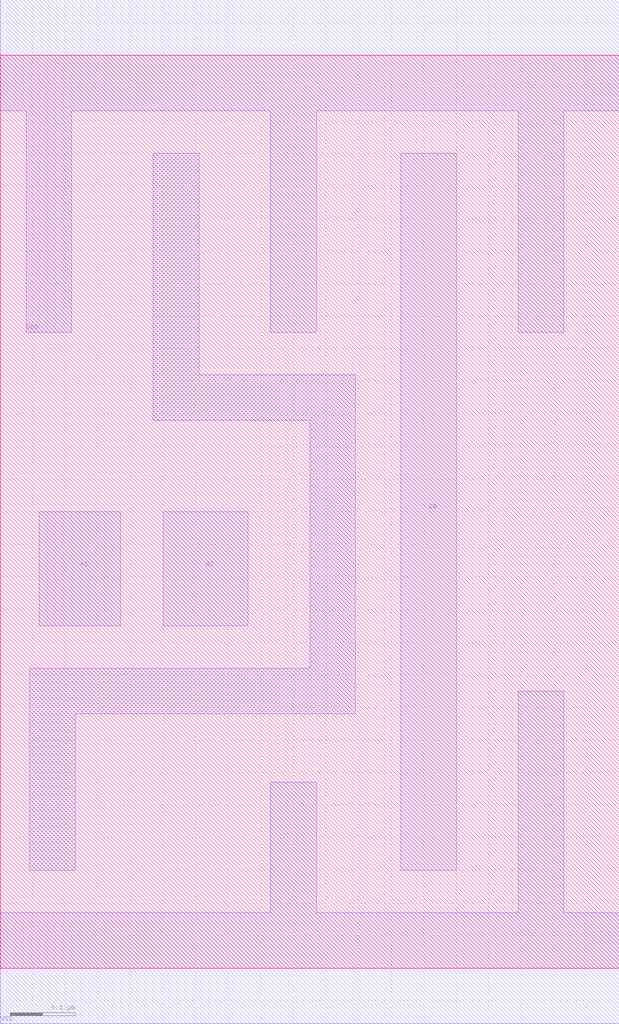
<source format=lef>
# 
# ******************************************************************************
# *                                                                            *
# *                   Copyright (C) 2004-2010, Nangate Inc.                    *
# *                           All rights reserved.                             *
# *                                                                            *
# * Nangate and the Nangate logo are trademarks of Nangate Inc.                *
# *                                                                            *
# * All trademarks, logos, software marks, and trade names (collectively the   *
# * "Marks") in this program are proprietary to Nangate or other respective    *
# * owners that have granted Nangate the right and license to use such Marks.  *
# * You are not permitted to use the Marks without the prior written consent   *
# * of Nangate or such third party that may own the Marks.                     *
# *                                                                            *
# * This file has been provided pursuant to a License Agreement containing     *
# * restrictions on its use. This file contains valuable trade secrets and     *
# * proprietary information of Nangate Inc., and is protected by U.S. and      *
# * international laws and/or treaties.                                        *
# *                                                                            *
# * The copyright notice(s) in this file does not indicate actual or intended  *
# * publication of this file.                                                  *
# *                                                                            *
# *     NGLibraryCreator, v2010.08-HR32-SP3-2010-08-05 - build 1009061800      *
# *                                                                            *
# ******************************************************************************
# 
# 
# Running on brazil06.nangate.com.br for user Giancarlo Franciscatto (gfr).
# Local time is now Fri, 3 Dec 2010, 19:32:18.
# Main process id is 27821.

VERSION 5.6 ;
BUSBITCHARS "[]" ;
DIVIDERCHAR "/" ;

UNITS
  DATABASE MICRONS 2000 ;
END UNITS

MANUFACTURINGGRID 0.0050 ;

LAYER poly
  TYPE MASTERSLICE ;
END poly

LAYER active
  TYPE MASTERSLICE ;
END active

LAYER metal1
  TYPE ROUTING ;
  SPACING 0.065 ;
  WIDTH 0.07 ;
  PITCH 0.14 ;
  DIRECTION HORIZONTAL ;
  OFFSET 0.095 0.07 ;
  RESISTANCE RPERSQ 0.38 ;
  THICKNESS 0.13 ;
  HEIGHT 0.37 ;
  CAPACITANCE CPERSQDIST 7.7161e-05 ;
  EDGECAPACITANCE 2.7365e-05 ;
END metal1

LAYER via1
  TYPE CUT ;
  SPACING 0.08 ;
  WIDTH 0.07 ;
  RESISTANCE 5 ;
END via1

LAYER metal2
  TYPE ROUTING ;
  SPACINGTABLE 
    PARALLELRUNLENGTH    0.0000     0.3000     0.9000     1.8000     2.7000     4.0000     
      WIDTH 0.0000       0.0700     0.0700     0.0700     0.0700     0.0700     0.0700     
      WIDTH 0.0900       0.0700     0.0900     0.0900     0.0900     0.0900     0.0900     
      WIDTH 0.2700       0.0700     0.0900     0.2700     0.2700     0.2700     0.2700     
      WIDTH 0.5000       0.0700     0.0900     0.2700     0.5000     0.5000     0.5000     
      WIDTH 0.9000       0.0700     0.0900     0.2700     0.5000     0.9000     0.9000     
      WIDTH 1.5000       0.0700     0.0900     0.2700     0.5000     0.9000     1.5000      ;
  WIDTH 0.07 ;
  PITCH 0.19 ;
  DIRECTION VERTICAL ;
  OFFSET 0.095 0.07 ;
  RESISTANCE RPERSQ 0.25 ;
  THICKNESS 0.14 ;
  HEIGHT 0.62 ;
  CAPACITANCE CPERSQDIST 4.0896e-05 ;
  EDGECAPACITANCE 2.5157e-05 ;
END metal2

LAYER via2
  TYPE CUT ;
  SPACING 0.09 ;
  WIDTH 0.07 ;
  RESISTANCE 5 ;
END via2

VIA via1_4 DEFAULT
  LAYER via1 ;
    RECT -0.035 -0.035 0.035 0.035 ;
  LAYER metal1 ;
    RECT -0.035 -0.07 0.035 0.07 ;
  LAYER metal2 ;
    RECT -0.035 -0.07 0.035 0.07 ;
END via1_4

VIARULE Via1Array-0 GENERATE
  LAYER metal1 ;
    ENCLOSURE 0.035 0.035 ;
  LAYER metal2 ;
    ENCLOSURE 0.035 0.035 ;
  LAYER via1 ;
    RECT -0.035 -0.035 0.035 0.035 ;
    SPACING 0.15 BY 0.15 ;
END Via1Array-0

SPACING
  SAMENET metal1 metal1 0.065 ;
  SAMENET metal2 metal2 0.07 ;
  SAMENET metal3 metal3 0.07 ;
  SAMENET metal4 metal4 0.14 ;
  SAMENET metal5 metal5 0.14 ;
  SAMENET metal6 metal6 0.14 ;
  SAMENET metal7 metal7 0.4 ;
  SAMENET metal8 metal8 0.4 ;
  SAMENET metal9 metal9 0.8 ;
  SAMENET metal10 metal10 0.8 ;
  SAMENET via1 via1 0.08 ;
  SAMENET via2 via2 0.09 ;
  SAMENET via3 via3 0.09 ;
  SAMENET via4 via4 0.16 ;
  SAMENET via5 via5 0.16 ;
  SAMENET via6 via6 0.16 ;
  SAMENET via7 via7 0.44 ;
  SAMENET via8 via8 0.44 ;
  SAMENET via9 via9 0.88 ;
  SAMENET via1 via2 0.0 STACK ;
  SAMENET via2 via3 0.0 STACK ;
  SAMENET via3 via4 0.0 STACK ;
  SAMENET via4 via5 0.0 STACK ;
  SAMENET via5 via6 0.0 STACK ;
  SAMENET via6 via7 0.0 STACK ;
  SAMENET via7 via8 0.0 STACK ;
  SAMENET via8 via9 0.0 STACK ;
END SPACING

SITE FreePDK45_38x28_10R_NP_162NW_34O
  SYMMETRY y ;
  CLASS core ;
  SIZE 0.19 BY 1.4 ;
END FreePDK45_38x28_10R_NP_162NW_34O

MACRO AND2_X1
  CLASS core ;
  FOREIGN AND2_X1 0.0 0.0 ;
  ORIGIN 0 0 ;
  SYMMETRY X Y ;
  SITE FreePDK45_38x28_10R_NP_162NW_34O ;
  SIZE 0.76 BY 1.4 ;
  PIN A1
    DIRECTION INPUT ;
    ANTENNAPARTIALMETALAREA 0.021875 LAYER metal1 ;
    ANTENNAPARTIALMETALSIDEAREA 0.078 LAYER metal1 ;
    ANTENNAGATEAREA 0.02625 ;
    PORT
      LAYER metal1 ;
        POLYGON 0.06 0.525 0.185 0.525 0.185 0.7 0.06 0.7  ;
    END
  END A1
  PIN A2
    DIRECTION INPUT ;
    ANTENNAPARTIALMETALAREA 0.02275 LAYER metal1 ;
    ANTENNAPARTIALMETALSIDEAREA 0.0793 LAYER metal1 ;
    ANTENNAGATEAREA 0.02625 ;
    PORT
      LAYER metal1 ;
        POLYGON 0.25 0.525 0.38 0.525 0.38 0.7 0.25 0.7  ;
    END
  END A2
  PIN ZN
    DIRECTION OUTPUT ;
    ANTENNAPARTIALMETALAREA 0.0954 LAYER metal1 ;
    ANTENNAPARTIALMETALSIDEAREA 0.299 LAYER metal1 ;
    ANTENNADIFFAREA 0.109725 ;
    PORT
      LAYER metal1 ;
        POLYGON 0.61 0.19 0.7 0.19 0.7 1.25 0.61 1.25  ;
    END
  END ZN
  PIN VDD
    DIRECTION INOUT ;
    USE power ;
    SHAPE ABUTMENT ;
    PORT
      LAYER metal1 ;
        POLYGON 0 1.315 0.04 1.315 0.04 0.975 0.11 0.975 0.11 1.315 0.415 1.315 0.415 0.975 0.485 0.975 0.485 1.315 0.54 1.315 0.76 1.315 0.76 1.485 0.54 1.485 0 1.485  ;
    END
  END VDD
  PIN VSS
    DIRECTION INOUT ;
    USE ground ;
    SHAPE ABUTMENT ;
    PORT
      LAYER metal1 ;
        POLYGON 0 -0.085 0.76 -0.085 0.76 0.085 0.485 0.085 0.485 0.325 0.415 0.325 0.415 0.085 0 0.085  ;
    END
  END VSS
  OBS
      LAYER metal1 ;
        POLYGON 0.235 0.84 0.47 0.84 0.47 0.46 0.045 0.46 0.045 0.19 0.115 0.19 0.115 0.39 0.54 0.39 0.54 0.91 0.305 0.91 0.305 1.25 0.235 1.25  ;
  END
END AND2_X1

MACRO AND2_X2
  CLASS core ;
  FOREIGN AND2_X2 0.0 0.0 ;
  ORIGIN 0 0 ;
  SYMMETRY X Y ;
  SITE FreePDK45_38x28_10R_NP_162NW_34O ;
  SIZE 0.95 BY 1.4 ;
  PIN A1
    DIRECTION INPUT ;
    ANTENNAPARTIALMETALAREA 0.021875 LAYER metal1 ;
    ANTENNAPARTIALMETALSIDEAREA 0.078 LAYER metal1 ;
    ANTENNAGATEAREA 0.05225 ;
    PORT
      LAYER metal1 ;
        POLYGON 0.06 0.525 0.185 0.525 0.185 0.7 0.06 0.7  ;
    END
  END A1
  PIN A2
    DIRECTION INPUT ;
    ANTENNAPARTIALMETALAREA 0.02275 LAYER metal1 ;
    ANTENNAPARTIALMETALSIDEAREA 0.0793 LAYER metal1 ;
    ANTENNAGATEAREA 0.05225 ;
    PORT
      LAYER metal1 ;
        POLYGON 0.25 0.525 0.38 0.525 0.38 0.7 0.25 0.7  ;
    END
  END A2
  PIN ZN
    DIRECTION OUTPUT ;
    ANTENNAPARTIALMETALAREA 0.0935 LAYER metal1 ;
    ANTENNAPARTIALMETALSIDEAREA 0.3081 LAYER metal1 ;
    ANTENNADIFFAREA 0.1463 ;
    PORT
      LAYER metal1 ;
        POLYGON 0.615 0.15 0.7 0.15 0.7 1.25 0.615 1.25  ;
    END
  END ZN
  PIN VDD
    DIRECTION INOUT ;
    USE power ;
    SHAPE ABUTMENT ;
    PORT
      LAYER metal1 ;
        POLYGON 0 1.315 0.04 1.315 0.04 0.975 0.11 0.975 0.11 1.315 0.415 1.315 0.415 0.975 0.485 0.975 0.485 1.315 0.545 1.315 0.795 1.315 0.795 0.975 0.865 0.975 0.865 1.315 0.95 1.315 0.95 1.485 0.545 1.485 0 1.485  ;
    END
  END VDD
  PIN VSS
    DIRECTION INOUT ;
    USE ground ;
    SHAPE ABUTMENT ;
    PORT
      LAYER metal1 ;
        POLYGON 0 -0.085 0.95 -0.085 0.95 0.085 0.865 0.085 0.865 0.425 0.795 0.425 0.795 0.085 0.485 0.085 0.485 0.285 0.415 0.285 0.415 0.085 0 0.085  ;
    END
  END VSS
  OBS
      LAYER metal1 ;
        POLYGON 0.235 0.84 0.475 0.84 0.475 0.46 0.045 0.46 0.045 0.15 0.115 0.15 0.115 0.39 0.545 0.39 0.545 0.91 0.305 0.91 0.305 1.25 0.235 1.25  ;
  END
END AND2_X2

END LIBRARY
#
# End of file
#

</source>
